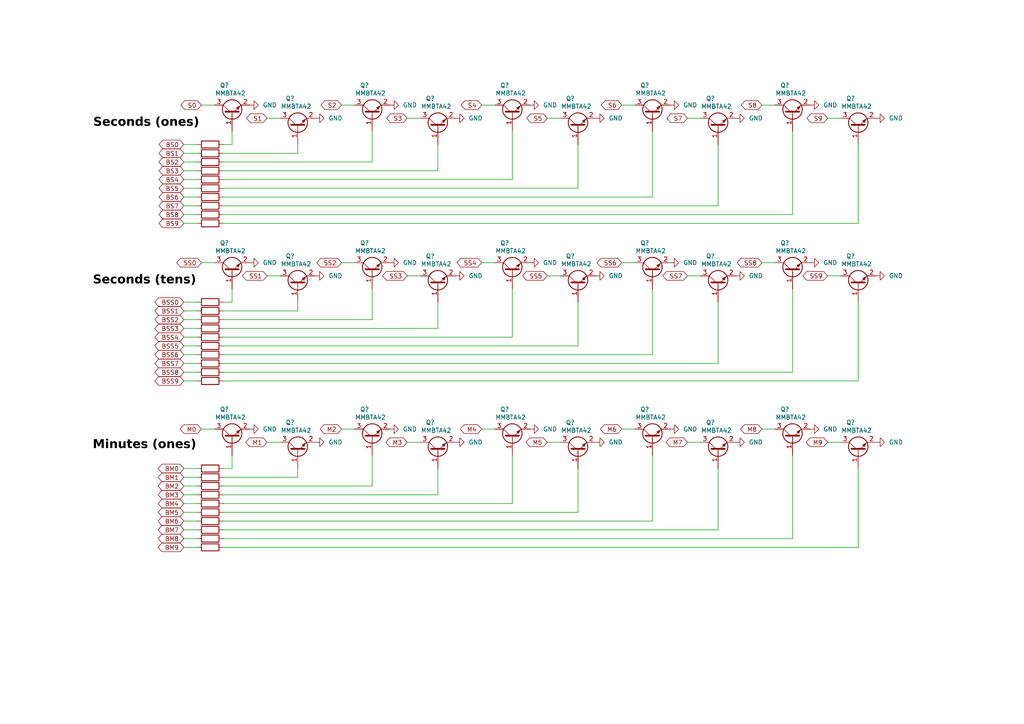
<source format=kicad_sch>
(kicad_sch (version 20231120) (generator "eeschema") (generator_version "8.0")
  (paper "A4")
  (lib_symbols
    (symbol "Device:R" (pin_numbers hide) (pin_names (offset 0))
      (property "Reference" "R" (at 2.032 0 90))
      (property "Value" "R" (at 0 0 90))
      (symbol "R_1_1"
        (pin passive line (at 0 3.81 270) (length 1.27) (name "~") (number "1"))
        (pin passive line (at 0 -3.81 90) (length 1.27) (name "~") (number "2"))
      )
    )
    (symbol "GND_2" (power) (pin_numbers hide) (pin_names (offset 0) hide)
      (property "Value" "GND" (at 0 -3.81 0))
      (symbol "GND_2_1_1"
        (pin power_in line (at 0 0 270) (length 0) (name "~") (number "1"))
      )
    )
    (symbol "Transistor_BJT:MMBTA42" (pin_names (offset 0) hide)
      (property "Reference" "Q" (at 5.08 1.905 0))
      (property "Value" "MMBTA42" (at 5.08 0 0))
      (symbol "MMBTA42_1_1"
        (pin input line (at -5.08 0 0) (length 5.08) (name "B") (number "1"))
        (pin passive line (at 2.54 -5.08 90) (length 2.54) (name "E") (number "2"))
        (pin passive line (at 2.54 5.08 270) (length 2.54) (name "C") (number "3"))
      )
    )
  )
  (wire (pts (xy 208.28 135.89) (xy 208.28 153.67)))
  (wire (pts (xy 180.34 30.48) (xy 184.15 30.48)))
  (wire (pts (xy 99.06 30.48) (xy 102.87 30.48)))
  (wire (pts (xy 64.77 138.43) (xy 86.36 138.43)))
  (wire (pts (xy 53.34 57.15) (xy 57.15 57.15)))
  (wire (pts (xy 167.64 54.61) (xy 64.77 54.61)))
  (wire (pts (xy 248.92 41.91) (xy 248.92 64.77)))
  (wire (pts (xy 99.06 76.2) (xy 102.87 76.2)))
  (wire (pts (xy 220.98 30.48) (xy 224.79 30.48)))
  (wire (pts (xy 127 135.89) (xy 127 143.51)))
  (wire (pts (xy 53.34 97.79) (xy 57.15 97.79)))
  (wire (pts (xy 53.34 64.77) (xy 57.15 64.77)))
  (wire (pts (xy 118.11 80.01) (xy 121.92 80.01)))
  (wire (pts (xy 53.34 102.87) (xy 57.15 102.87)))
  (wire (pts (xy 248.92 135.89) (xy 248.92 158.75)))
  (wire (pts (xy 148.59 146.05) (xy 64.77 146.05)))
  (wire (pts (xy 53.34 140.97) (xy 57.15 140.97)))
  (wire (pts (xy 58.42 124.46) (xy 62.23 124.46)))
  (wire (pts (xy 208.28 87.63) (xy 208.28 105.41)))
  (wire (pts (xy 167.64 100.33) (xy 64.77 100.33)))
  (wire (pts (xy 148.59 83.82) (xy 148.59 97.79)))
  (wire (pts (xy 229.87 83.82) (xy 229.87 107.95)))
  (wire (pts (xy 53.34 62.23) (xy 57.15 62.23)))
  (wire (pts (xy 53.34 54.61) (xy 57.15 54.61)))
  (wire (pts (xy 53.34 156.21) (xy 57.15 156.21)))
  (wire (pts (xy 240.03 80.01) (xy 243.84 80.01)))
  (wire (pts (xy 58.42 30.48) (xy 62.23 30.48)))
  (wire (pts (xy 148.59 52.07) (xy 64.77 52.07)))
  (wire (pts (xy 167.64 87.63) (xy 167.64 100.33)))
  (wire (pts (xy 77.47 80.01) (xy 81.28 80.01)))
  (wire (pts (xy 99.06 124.46) (xy 102.87 124.46)))
  (wire (pts (xy 167.64 135.89) (xy 167.64 148.59)))
  (wire (pts (xy 229.87 62.23) (xy 64.77 62.23)))
  (wire (pts (xy 127 143.51) (xy 64.77 143.51)))
  (wire (pts (xy 229.87 156.21) (xy 64.77 156.21)))
  (wire (pts (xy 53.34 87.63) (xy 57.15 87.63)))
  (wire (pts (xy 220.98 76.2) (xy 224.79 76.2)))
  (wire (pts (xy 64.77 135.89) (xy 67.31 135.89)))
  (wire (pts (xy 86.36 44.45) (xy 86.36 41.91)))
  (wire (pts (xy 107.95 132.08) (xy 107.95 140.97)))
  (wire (pts (xy 107.95 46.99) (xy 64.77 46.99)))
  (wire (pts (xy 53.34 158.75) (xy 57.15 158.75)))
  (wire (pts (xy 199.39 34.29) (xy 203.2 34.29)))
  (wire (pts (xy 158.75 80.01) (xy 162.56 80.01)))
  (wire (pts (xy 229.87 38.1) (xy 229.87 62.23)))
  (wire (pts (xy 53.34 151.13) (xy 57.15 151.13)))
  (wire (pts (xy 67.31 41.91) (xy 67.31 38.1)))
  (wire (pts (xy 127 95.25) (xy 64.77 95.25)))
  (wire (pts (xy 248.92 110.49) (xy 64.77 110.49)))
  (wire (pts (xy 53.34 95.25) (xy 57.15 95.25)))
  (wire (pts (xy 158.75 128.27) (xy 162.56 128.27)))
  (wire (pts (xy 189.23 132.08) (xy 189.23 151.13)))
  (wire (pts (xy 86.36 90.17) (xy 86.36 87.63)))
  (wire (pts (xy 64.77 90.17) (xy 86.36 90.17)))
  (wire (pts (xy 107.95 38.1) (xy 107.95 46.99)))
  (wire (pts (xy 189.23 151.13) (xy 64.77 151.13)))
  (wire (pts (xy 64.77 87.63) (xy 67.31 87.63)))
  (wire (pts (xy 139.7 30.48) (xy 143.51 30.48)))
  (wire (pts (xy 189.23 102.87) (xy 64.77 102.87)))
  (wire (pts (xy 118.11 128.27) (xy 121.92 128.27)))
  (wire (pts (xy 67.31 135.89) (xy 67.31 132.08)))
  (wire (pts (xy 167.64 148.59) (xy 64.77 148.59)))
  (wire (pts (xy 118.11 34.29) (xy 121.92 34.29)))
  (wire (pts (xy 229.87 132.08) (xy 229.87 156.21)))
  (wire (pts (xy 53.34 107.95) (xy 57.15 107.95)))
  (wire (pts (xy 208.28 59.69) (xy 64.77 59.69)))
  (wire (pts (xy 67.31 87.63) (xy 67.31 83.82)))
  (wire (pts (xy 208.28 41.91) (xy 208.28 59.69)))
  (wire (pts (xy 220.98 124.46) (xy 224.79 124.46)))
  (wire (pts (xy 127 41.91) (xy 127 49.53)))
  (wire (pts (xy 158.75 34.29) (xy 162.56 34.29)))
  (wire (pts (xy 139.7 76.2) (xy 143.51 76.2)))
  (wire (pts (xy 86.36 138.43) (xy 86.36 135.89)))
  (wire (pts (xy 77.47 34.29) (xy 81.28 34.29)))
  (wire (pts (xy 53.34 49.53) (xy 57.15 49.53)))
  (wire (pts (xy 208.28 105.41) (xy 64.77 105.41)))
  (wire (pts (xy 53.34 153.67) (xy 57.15 153.67)))
  (wire (pts (xy 199.39 80.01) (xy 203.2 80.01)))
  (wire (pts (xy 248.92 87.63) (xy 248.92 110.49)))
  (wire (pts (xy 139.7 124.46) (xy 143.51 124.46)))
  (wire (pts (xy 208.28 153.67) (xy 64.77 153.67)))
  (wire (pts (xy 53.34 146.05) (xy 57.15 146.05)))
  (wire (pts (xy 229.87 107.95) (xy 64.77 107.95)))
  (wire (pts (xy 53.34 92.71) (xy 57.15 92.71)))
  (wire (pts (xy 64.77 44.45) (xy 86.36 44.45)))
  (wire (pts (xy 53.34 135.89) (xy 57.15 135.89)))
  (wire (pts (xy 53.34 59.69) (xy 57.15 59.69)))
  (wire (pts (xy 148.59 97.79) (xy 64.77 97.79)))
  (wire (pts (xy 189.23 57.15) (xy 64.77 57.15)))
  (wire (pts (xy 199.39 128.27) (xy 203.2 128.27)))
  (wire (pts (xy 53.34 138.43) (xy 57.15 138.43)))
  (wire (pts (xy 127 87.63) (xy 127 95.25)))
  (wire (pts (xy 53.34 44.45) (xy 57.15 44.45)))
  (wire (pts (xy 53.34 110.49) (xy 57.15 110.49)))
  (wire (pts (xy 64.77 41.91) (xy 67.31 41.91)))
  (wire (pts (xy 189.23 38.1) (xy 189.23 57.15)))
  (wire (pts (xy 53.34 41.91) (xy 57.15 41.91)))
  (wire (pts (xy 189.23 83.82) (xy 189.23 102.87)))
  (wire (pts (xy 58.42 76.2) (xy 62.23 76.2)))
  (wire (pts (xy 107.95 92.71) (xy 64.77 92.71)))
  (wire (pts (xy 148.59 132.08) (xy 148.59 146.05)))
  (wire (pts (xy 107.95 140.97) (xy 64.77 140.97)))
  (wire (pts (xy 240.03 34.29) (xy 243.84 34.29)))
  (wire (pts (xy 127 49.53) (xy 64.77 49.53)))
  (wire (pts (xy 53.34 52.07) (xy 57.15 52.07)))
  (wire (pts (xy 53.34 100.33) (xy 57.15 100.33)))
  (wire (pts (xy 180.34 124.46) (xy 184.15 124.46)))
  (wire (pts (xy 248.92 64.77) (xy 64.77 64.77)))
  (wire (pts (xy 167.64 41.91) (xy 167.64 54.61)))
  (wire (pts (xy 53.34 105.41) (xy 57.15 105.41)))
  (wire (pts (xy 180.34 76.2) (xy 184.15 76.2)))
  (wire (pts (xy 53.34 143.51) (xy 57.15 143.51)))
  (wire (pts (xy 240.03 128.27) (xy 243.84 128.27)))
  (wire (pts (xy 148.59 38.1) (xy 148.59 52.07)))
  (wire (pts (xy 53.34 90.17) (xy 57.15 90.17)))
  (wire (pts (xy 53.34 148.59) (xy 57.15 148.59)))
  (wire (pts (xy 77.47 128.27) (xy 81.28 128.27)))
  (wire (pts (xy 248.92 158.75) (xy 64.77 158.75)))
  (wire (pts (xy 107.95 83.82) (xy 107.95 92.71)))
  (wire (pts (xy 53.34 46.99) (xy 57.15 46.99)))
  (text "Minutes (ones)" (at 41.91 129.794 0) (effects (font (size 2.54 2.54) (bold yes))))
  (text "Seconds (ones)" (at 42.418 36.322 0) (effects (font (size 2.54 2.54) (bold yes))))
  (text "Seconds (tens)" (at 41.91 82.042 0) (effects (font (size 2.54 2.54) (bold yes))))
  (global_label "BSS5" (shape bidirectional) (at 53.34 100.33 180) (property "Intersheetrefs" "${INTERSHEET_REFS}" (effects (hide yes))))
  (global_label "SS2" (shape bidirectional) (at 99.06 76.2 180) (property "Intersheetrefs" "${INTERSHEET_REFS}" (effects (hide yes))))
  (global_label "SS1" (shape bidirectional) (at 77.47 80.01 180) (property "Intersheetrefs" "${INTERSHEET_REFS}" (effects (hide yes))))
  (global_label "S0" (shape bidirectional) (at 58.42 30.48 180) (property "Intersheetrefs" "${INTERSHEET_REFS}" (effects (hide yes))))
  (global_label "BSS0" (shape bidirectional) (at 53.34 87.63 180) (property "Intersheetrefs" "${INTERSHEET_REFS}" (effects (hide yes))))
  (global_label "BSS8" (shape bidirectional) (at 53.34 107.95 180) (property "Intersheetrefs" "${INTERSHEET_REFS}" (effects (hide yes))))
  (global_label "M6" (shape bidirectional) (at 180.34 124.46 180) (property "Intersheetrefs" "${INTERSHEET_REFS}" (effects (hide yes))))
  (global_label "SS4" (shape bidirectional) (at 139.7 76.2 180) (property "Intersheetrefs" "${INTERSHEET_REFS}" (effects (hide yes))))
  (global_label "BS8" (shape bidirectional) (at 53.34 62.23 180) (property "Intersheetrefs" "${INTERSHEET_REFS}" (effects (hide yes))))
  (global_label "BS5" (shape bidirectional) (at 53.34 54.61 180) (property "Intersheetrefs" "${INTERSHEET_REFS}" (effects (hide yes))))
  (global_label "SS6" (shape bidirectional) (at 180.34 76.2 180) (property "Intersheetrefs" "${INTERSHEET_REFS}" (effects (hide yes))))
  (global_label "M3" (shape bidirectional) (at 118.11 128.27 180) (property "Intersheetrefs" "${INTERSHEET_REFS}" (effects (hide yes))))
  (global_label "BM3" (shape bidirectional) (at 53.34 143.51 180) (property "Intersheetrefs" "${INTERSHEET_REFS}" (effects (hide yes))))
  (global_label "M2" (shape bidirectional) (at 99.06 124.46 180) (property "Intersheetrefs" "${INTERSHEET_REFS}" (effects (hide yes))))
  (global_label "S8" (shape bidirectional) (at 220.98 30.48 180) (property "Intersheetrefs" "${INTERSHEET_REFS}" (effects (hide yes))))
  (global_label "M4" (shape bidirectional) (at 139.7 124.46 180) (property "Intersheetrefs" "${INTERSHEET_REFS}" (effects (hide yes))))
  (global_label "S1" (shape bidirectional) (at 77.47 34.29 180) (property "Intersheetrefs" "${INTERSHEET_REFS}" (effects (hide yes))))
  (global_label "BM0" (shape bidirectional) (at 53.34 135.89 180) (property "Intersheetrefs" "${INTERSHEET_REFS}" (effects (hide yes))))
  (global_label "BS1" (shape bidirectional) (at 53.34 44.45 180) (property "Intersheetrefs" "${INTERSHEET_REFS}" (effects (hide yes))))
  (global_label "S4" (shape bidirectional) (at 139.7 30.48 180) (property "Intersheetrefs" "${INTERSHEET_REFS}" (effects (hide yes))))
  (global_label "BM7" (shape bidirectional) (at 53.34 153.67 180) (property "Intersheetrefs" "${INTERSHEET_REFS}" (effects (hide yes))))
  (global_label "BM1" (shape bidirectional) (at 53.34 138.43 180) (property "Intersheetrefs" "${INTERSHEET_REFS}" (effects (hide yes))))
  (global_label "S6" (shape bidirectional) (at 180.34 30.48 180) (property "Intersheetrefs" "${INTERSHEET_REFS}" (effects (hide yes))))
  (global_label "BS7" (shape bidirectional) (at 53.34 59.69 180) (property "Intersheetrefs" "${INTERSHEET_REFS}" (effects (hide yes))))
  (global_label "BS0" (shape bidirectional) (at 53.34 41.91 180) (property "Intersheetrefs" "${INTERSHEET_REFS}" (effects (hide yes))))
  (global_label "BM5" (shape bidirectional) (at 53.34 148.59 180) (property "Intersheetrefs" "${INTERSHEET_REFS}" (effects (hide yes))))
  (global_label "M0" (shape bidirectional) (at 58.42 124.46 180) (property "Intersheetrefs" "${INTERSHEET_REFS}" (effects (hide yes))))
  (global_label "BSS7" (shape bidirectional) (at 53.34 105.41 180) (property "Intersheetrefs" "${INTERSHEET_REFS}" (effects (hide yes))))
  (global_label "BM6" (shape bidirectional) (at 53.34 151.13 180) (property "Intersheetrefs" "${INTERSHEET_REFS}" (effects (hide yes))))
  (global_label "M1" (shape bidirectional) (at 77.47 128.27 180) (property "Intersheetrefs" "${INTERSHEET_REFS}" (effects (hide yes))))
  (global_label "BSS1" (shape bidirectional) (at 53.34 90.17 180) (property "Intersheetrefs" "${INTERSHEET_REFS}" (effects (hide yes))))
  (global_label "BSS2" (shape bidirectional) (at 53.34 92.71 180) (property "Intersheetrefs" "${INTERSHEET_REFS}" (effects (hide yes))))
  (global_label "S7" (shape bidirectional) (at 199.39 34.29 180) (property "Intersheetrefs" "${INTERSHEET_REFS}" (effects (hide yes))))
  (global_label "M9" (shape bidirectional) (at 240.03 128.27 180) (property "Intersheetrefs" "${INTERSHEET_REFS}" (effects (hide yes))))
  (global_label "SS7" (shape bidirectional) (at 199.39 80.01 180) (property "Intersheetrefs" "${INTERSHEET_REFS}" (effects (hide yes))))
  (global_label "S5" (shape bidirectional) (at 158.75 34.29 180) (property "Intersheetrefs" "${INTERSHEET_REFS}" (effects (hide yes))))
  (global_label "BM9" (shape bidirectional) (at 53.34 158.75 180) (property "Intersheetrefs" "${INTERSHEET_REFS}" (effects (hide yes))))
  (global_label "BS4" (shape bidirectional) (at 53.34 52.07 180) (property "Intersheetrefs" "${INTERSHEET_REFS}" (effects (hide yes))))
  (global_label "BS9" (shape bidirectional) (at 53.34 64.77 180) (property "Intersheetrefs" "${INTERSHEET_REFS}" (effects (hide yes))))
  (global_label "M8" (shape bidirectional) (at 220.98 124.46 180) (property "Intersheetrefs" "${INTERSHEET_REFS}" (effects (hide yes))))
  (global_label "BSS3" (shape bidirectional) (at 53.34 95.25 180) (property "Intersheetrefs" "${INTERSHEET_REFS}" (effects (hide yes))))
  (global_label "M7" (shape bidirectional) (at 199.39 128.27 180) (property "Intersheetrefs" "${INTERSHEET_REFS}" (effects (hide yes))))
  (global_label "BM8" (shape bidirectional) (at 53.34 156.21 180) (property "Intersheetrefs" "${INTERSHEET_REFS}" (effects (hide yes))))
  (global_label "BSS9" (shape bidirectional) (at 53.34 110.49 180) (property "Intersheetrefs" "${INTERSHEET_REFS}" (effects (hide yes))))
  (global_label "S2" (shape bidirectional) (at 99.06 30.48 180) (property "Intersheetrefs" "${INTERSHEET_REFS}" (effects (hide yes))))
  (global_label "BSS6" (shape bidirectional) (at 53.34 102.87 180) (property "Intersheetrefs" "${INTERSHEET_REFS}" (effects (hide yes))))
  (global_label "SS9" (shape bidirectional) (at 240.03 80.01 180) (property "Intersheetrefs" "${INTERSHEET_REFS}" (effects (hide yes))))
  (global_label "BS3" (shape bidirectional) (at 53.34 49.53 180) (property "Intersheetrefs" "${INTERSHEET_REFS}" (effects (hide yes))))
  (global_label "BM4" (shape bidirectional) (at 53.34 146.05 180) (property "Intersheetrefs" "${INTERSHEET_REFS}" (effects (hide yes))))
  (global_label "S9" (shape bidirectional) (at 240.03 34.29 180) (property "Intersheetrefs" "${INTERSHEET_REFS}" (effects (hide yes))))
  (global_label "BS2" (shape bidirectional) (at 53.34 46.99 180) (property "Intersheetrefs" "${INTERSHEET_REFS}" (effects (hide yes))))
  (global_label "SS3" (shape bidirectional) (at 118.11 80.01 180) (property "Intersheetrefs" "${INTERSHEET_REFS}" (effects (hide yes))))
  (global_label "SS0" (shape bidirectional) (at 58.42 76.2 180) (property "Intersheetrefs" "${INTERSHEET_REFS}" (effects (hide yes))))
  (global_label "M5" (shape bidirectional) (at 158.75 128.27 180) (property "Intersheetrefs" "${INTERSHEET_REFS}" (effects (hide yes))))
  (global_label "S3" (shape bidirectional) (at 118.11 34.29 180) (property "Intersheetrefs" "${INTERSHEET_REFS}" (effects (hide yes))))
  (global_label "BM2" (shape bidirectional) (at 53.34 140.97 180) (property "Intersheetrefs" "${INTERSHEET_REFS}" (effects (hide yes))))
  (global_label "BSS4" (shape bidirectional) (at 53.34 97.79 180) (property "Intersheetrefs" "${INTERSHEET_REFS}" (effects (hide yes))))
  (global_label "SS5" (shape bidirectional) (at 158.75 80.01 180) (property "Intersheetrefs" "${INTERSHEET_REFS}" (effects (hide yes))))
  (global_label "SS8" (shape bidirectional) (at 220.98 76.2 180) (property "Intersheetrefs" "${INTERSHEET_REFS}" (effects (hide yes))))
  (global_label "BS6" (shape bidirectional) (at 53.34 57.15 180) (property "Intersheetrefs" "${INTERSHEET_REFS}" (effects (hide yes))))
  (symbol (lib_id "Device:R") (at 60.96 156.21 90) (unit 1)
    (property "Reference" "R?" (effects (hide yes)))
    (property "Value" "10k" (effects (hide yes)))
    (property "Footprint" "Resistor_SMD:R_0805_2012Metric_Pad1.20x1.40mm_HandSolder" (effects (hide yes)))
    (property "Description" "Resistor" (effects (hide yes)))
    (property "Manufacturer_Part_Number" "RC0805FR-0710KL" (effects (hide yes)))
    (instances (project "nixie-clock-esp32" (path "" (reference "R?") (unit 1))) (project "display" (path "" (reference "R?") (unit 1))) (project "clock" (path "" (reference "R85") (unit 1))))
  )
  (symbol (lib_id "Transistor_BJT:MMBTA42") (at 148.59 33.02 90) (unit 1)
    (property "Reference" "Q?" (at 147.701 24.765 90) (effects (justify left)))
    (property "Value" "MMBTA42" (at 152.527 27.051 90) (effects (justify left)))
    (property "Footprint" "Package_TO_SOT_SMD:SOT-23" (effects (hide yes)))
    (property "Datasheet" "https://www.onsemi.com/pub/Collateral/MMBTA42LT1-D.PDF" (effects (hide yes)))
    (instances (project "nixie-clock-esp32" (path "" (reference "Q?") (unit 1))) (project "display" (path "" (reference "Q?") (unit 1))) (project "clock" (path "" (reference "Q48") (unit 1))))
  )
  (symbol (lib_id "Device:R") (at 60.96 135.89 90) (unit 1)
    (property "Reference" "R?" (effects (hide yes)))
    (property "Value" "10k" (effects (hide yes)))
    (property "Footprint" "Resistor_SMD:R_0805_2012Metric_Pad1.20x1.40mm_HandSolder" (effects (hide yes)))
    (property "Description" "Resistor" (effects (hide yes)))
    (property "Manufacturer_Part_Number" "RC0805FR-0710KL" (effects (hide yes)))
    (instances (project "nixie-clock-esp32" (path "" (reference "R?") (unit 1))) (project "display" (path "" (reference "R?") (unit 1))) (project "clock" (path "" (reference "R77") (unit 1))))
  )
  (symbol (lib_name "GND_2") (lib_id "power:GND") (at 172.72 128.27 90) (unit 1)
    (property "Reference" "#PWR093" (effects (hide yes)))
    (property "Value" "GND" (at 176.53 128.2699 90) (effects (justify right)))
    (property "Description" "Power symbol creates a global label with name \"GND\" , ground" (effects (hide yes)))
  )
  (symbol (lib_id "Device:R") (at 60.96 95.25 90) (unit 1)
    (property "Reference" "R?" (effects (hide yes)))
    (property "Value" "10k" (effects (hide yes)))
    (property "Footprint" "Resistor_SMD:R_0805_2012Metric_Pad1.20x1.40mm_HandSolder" (effects (hide yes)))
    (property "Description" "Resistor" (effects (hide yes)))
    (property "Manufacturer_Part_Number" "RC0805FR-0710KL" (effects (hide yes)))
    (instances (project "nixie-clock-esp32" (path "" (reference "R?") (unit 1))) (project "display" (path "" (reference "R?") (unit 1))) (project "clock" (path "" (reference "R70") (unit 1))))
  )
  (symbol (lib_id "Device:R") (at 60.96 151.13 90) (unit 1)
    (property "Reference" "R?" (effects (hide yes)))
    (property "Value" "10k" (effects (hide yes)))
    (property "Footprint" "Resistor_SMD:R_0805_2012Metric_Pad1.20x1.40mm_HandSolder" (effects (hide yes)))
    (property "Description" "Resistor" (effects (hide yes)))
    (property "Manufacturer_Part_Number" "RC0805FR-0710KL" (effects (hide yes)))
    (instances (project "nixie-clock-esp32" (path "" (reference "R?") (unit 1))) (project "display" (path "" (reference "R?") (unit 1))) (project "clock" (path "" (reference "R83") (unit 1))))
  )
  (symbol (lib_id "Device:R") (at 60.96 158.75 90) (unit 1)
    (property "Reference" "R?" (effects (hide yes)))
    (property "Value" "10k" (effects (hide yes)))
    (property "Footprint" "Resistor_SMD:R_0805_2012Metric_Pad1.20x1.40mm_HandSolder" (effects (hide yes)))
    (property "Description" "Resistor" (effects (hide yes)))
    (property "Manufacturer_Part_Number" "RC0805FR-0710KL" (effects (hide yes)))
    (instances (project "nixie-clock-esp32" (path "" (reference "R?") (unit 1))) (project "display" (path "" (reference "R?") (unit 1))) (project "clock" (path "" (reference "R86") (unit 1))))
  )
  (symbol (lib_id "Device:R") (at 60.96 52.07 90) (unit 1)
    (property "Reference" "R?" (effects (hide yes)))
    (property "Value" "10k" (effects (hide yes)))
    (property "Footprint" "Resistor_SMD:R_0805_2012Metric_Pad1.20x1.40mm_HandSolder" (effects (hide yes)))
    (property "Description" "Resistor" (effects (hide yes)))
    (property "Manufacturer_Part_Number" "RC0805FR-0710KL" (effects (hide yes)))
    (instances (project "nixie-clock-esp32" (path "" (reference "R?") (unit 1))) (project "display" (path "" (reference "R?") (unit 1))) (project "clock" (path "" (reference "R61") (unit 1))))
  )
  (symbol (lib_name "GND_2") (lib_id "power:GND") (at 234.95 76.2 90) (unit 1)
    (property "Reference" "#PWR0101" (effects (hide yes)))
    (property "Value" "GND" (at 238.76 76.1999 90) (effects (justify right)))
    (property "Description" "Power symbol creates a global label with name \"GND\" , ground" (effects (hide yes)))
  )
  (symbol (lib_id "Transistor_BJT:MMBTA42") (at 167.64 36.83 90) (unit 1)
    (property "Reference" "Q?" (at 166.751 28.575 90) (effects (justify left)))
    (property "Value" "MMBTA42" (at 171.577 30.861 90) (effects (justify left)))
    (property "Footprint" "Package_TO_SOT_SMD:SOT-23" (effects (hide yes)))
    (property "Datasheet" "https://www.onsemi.com/pub/Collateral/MMBTA42LT1-D.PDF" (effects (hide yes)))
    (instances (project "nixie-clock-esp32" (path "" (reference "Q?") (unit 1))) (project "display" (path "" (reference "Q?") (unit 1))) (project "clock" (path "" (reference "Q51") (unit 1))))
  )
  (symbol (lib_id "Transistor_BJT:MMBTA42") (at 189.23 33.02 90) (unit 1)
    (property "Reference" "Q?" (at 188.341 24.765 90) (effects (justify left)))
    (property "Value" "MMBTA42" (at 193.167 27.051 90) (effects (justify left)))
    (property "Footprint" "Package_TO_SOT_SMD:SOT-23" (effects (hide yes)))
    (property "Datasheet" "https://www.onsemi.com/pub/Collateral/MMBTA42LT1-D.PDF" (effects (hide yes)))
    (instances (project "nixie-clock-esp32" (path "" (reference "Q?") (unit 1))) (project "display" (path "" (reference "Q?") (unit 1))) (project "clock" (path "" (reference "Q54") (unit 1))))
  )
  (symbol (lib_id "Transistor_BJT:MMBTA42") (at 248.92 36.83 90) (unit 1)
    (property "Reference" "Q?" (at 248.031 28.575 90) (effects (justify left)))
    (property "Value" "MMBTA42" (at 252.857 30.861 90) (effects (justify left)))
    (property "Footprint" "Package_TO_SOT_SMD:SOT-23" (effects (hide yes)))
    (property "Datasheet" "https://www.onsemi.com/pub/Collateral/MMBTA42LT1-D.PDF" (effects (hide yes)))
    (instances (project "nixie-clock-esp32" (path "" (reference "Q?") (unit 1))) (project "display" (path "" (reference "Q?") (unit 1))) (project "clock" (path "" (reference "Q63") (unit 1))))
  )
  (symbol (lib_id "Transistor_BJT:MMBTA42") (at 86.36 82.55 90) (unit 1)
    (property "Reference" "Q?" (at 85.471 74.295 90) (effects (justify left)))
    (property "Value" "MMBTA42" (at 90.297 76.581 90) (effects (justify left)))
    (property "Footprint" "Package_TO_SOT_SMD:SOT-23" (effects (hide yes)))
    (property "Datasheet" "https://www.onsemi.com/pub/Collateral/MMBTA42LT1-D.PDF" (effects (hide yes)))
    (instances (project "nixie-clock-esp32" (path "" (reference "Q?") (unit 1))) (project "display" (path "" (reference "Q?") (unit 1))) (project "clock" (path "" (reference "Q40") (unit 1))))
  )
  (symbol (lib_name "GND_2") (lib_id "power:GND") (at 132.08 80.01 90) (unit 1)
    (property "Reference" "#PWR086" (effects (hide yes)))
    (property "Value" "GND" (at 135.89 80.0099 90) (effects (justify right)))
    (property "Description" "Power symbol creates a global label with name \"GND\" , ground" (effects (hide yes)))
  )
  (symbol (lib_id "Transistor_BJT:MMBTA42") (at 208.28 36.83 90) (unit 1)
    (property "Reference" "Q?" (at 207.391 28.575 90) (effects (justify left)))
    (property "Value" "MMBTA42" (at 212.217 30.861 90) (effects (justify left)))
    (property "Footprint" "Package_TO_SOT_SMD:SOT-23" (effects (hide yes)))
    (property "Datasheet" "https://www.onsemi.com/pub/Collateral/MMBTA42LT1-D.PDF" (effects (hide yes)))
    (instances (project "nixie-clock-esp32" (path "" (reference "Q?") (unit 1))) (project "display" (path "" (reference "Q?") (unit 1))) (project "clock" (path "" (reference "Q57") (unit 1))))
  )
  (symbol (lib_name "GND_2") (lib_id "power:GND") (at 132.08 34.29 90) (unit 1)
    (property "Reference" "#PWR085" (effects (hide yes)))
    (property "Value" "GND" (at 135.89 34.2899 90) (effects (justify right)))
    (property "Description" "Power symbol creates a global label with name \"GND\" , ground" (effects (hide yes)))
  )
  (symbol (lib_id "Transistor_BJT:MMBTA42") (at 208.28 130.81 90) (unit 1)
    (property "Reference" "Q?" (at 207.391 122.555 90) (effects (justify left)))
    (property "Value" "MMBTA42" (at 212.217 124.841 90) (effects (justify left)))
    (property "Footprint" "Package_TO_SOT_SMD:SOT-23" (effects (hide yes)))
    (property "Datasheet" "https://www.onsemi.com/pub/Collateral/MMBTA42LT1-D.PDF" (effects (hide yes)))
    (instances (project "nixie-clock-esp32" (path "" (reference "Q?") (unit 1))) (project "display" (path "" (reference "Q?") (unit 1))) (project "clock" (path "" (reference "Q59") (unit 1))))
  )
  (symbol (lib_id "Device:R") (at 60.96 143.51 90) (unit 1)
    (property "Reference" "R?" (effects (hide yes)))
    (property "Value" "10k" (effects (hide yes)))
    (property "Footprint" "Resistor_SMD:R_0805_2012Metric_Pad1.20x1.40mm_HandSolder" (effects (hide yes)))
    (property "Description" "Resistor" (effects (hide yes)))
    (property "Manufacturer_Part_Number" "RC0805FR-0710KL" (effects (hide yes)))
    (instances (project "nixie-clock-esp32" (path "" (reference "R?") (unit 1))) (project "display" (path "" (reference "R?") (unit 1))) (project "clock" (path "" (reference "R80") (unit 1))))
  )
  (symbol (lib_id "Transistor_BJT:MMBTA42") (at 248.92 130.81 90) (unit 1)
    (property "Reference" "Q?" (at 248.031 122.555 90) (effects (justify left)))
    (property "Value" "MMBTA42" (at 252.857 124.841 90) (effects (justify left)))
    (property "Footprint" "Package_TO_SOT_SMD:SOT-23" (effects (hide yes)))
    (property "Datasheet" "https://www.onsemi.com/pub/Collateral/MMBTA42LT1-D.PDF" (effects (hide yes)))
    (instances (project "nixie-clock-esp32" (path "" (reference "Q?") (unit 1))) (project "display" (path "" (reference "Q?") (unit 1))) (project "clock" (path "" (reference "Q65") (unit 1))))
  )
  (symbol (lib_name "GND_2") (lib_id "power:GND") (at 91.44 128.27 90) (unit 1)
    (property "Reference" "#PWR081" (effects (hide yes)))
    (property "Value" "GND" (at 95.25 128.2699 90) (effects (justify right)))
    (property "Description" "Power symbol creates a global label with name \"GND\" , ground" (effects (hide yes)))
  )
  (symbol (lib_id "Transistor_BJT:MMBTA42") (at 107.95 78.74 90) (unit 1)
    (property "Reference" "Q?" (at 107.061 70.485 90) (effects (justify left)))
    (property "Value" "MMBTA42" (at 111.887 72.771 90) (effects (justify left)))
    (property "Footprint" "Package_TO_SOT_SMD:SOT-23" (effects (hide yes)))
    (property "Datasheet" "https://www.onsemi.com/pub/Collateral/MMBTA42LT1-D.PDF" (effects (hide yes)))
    (instances (project "nixie-clock-esp32" (path "" (reference "Q?") (unit 1))) (project "display" (path "" (reference "Q?") (unit 1))) (project "clock" (path "" (reference "Q43") (unit 1))))
  )
  (symbol (lib_id "Device:R") (at 60.96 100.33 90) (unit 1)
    (property "Reference" "R?" (effects (hide yes)))
    (property "Value" "10k" (effects (hide yes)))
    (property "Footprint" "Resistor_SMD:R_0805_2012Metric_Pad1.20x1.40mm_HandSolder" (effects (hide yes)))
    (property "Description" "Resistor" (effects (hide yes)))
    (property "Manufacturer_Part_Number" "RC0805FR-0710KL" (effects (hide yes)))
    (instances (project "nixie-clock-esp32" (path "" (reference "R?") (unit 1))) (project "display" (path "" (reference "R?") (unit 1))) (project "clock" (path "" (reference "R72") (unit 1))))
  )
  (symbol (lib_name "GND_2") (lib_id "power:GND") (at 153.67 124.46 90) (unit 1)
    (property "Reference" "#PWR090" (effects (hide yes)))
    (property "Value" "GND" (at 157.48 124.4599 90) (effects (justify right)))
    (property "Description" "Power symbol creates a global label with name \"GND\" , ground" (effects (hide yes)))
  )
  (symbol (lib_id "Device:R") (at 60.96 49.53 90) (unit 1)
    (property "Reference" "R?" (effects (hide yes)))
    (property "Value" "10k" (effects (hide yes)))
    (property "Footprint" "Resistor_SMD:R_0805_2012Metric_Pad1.20x1.40mm_HandSolder" (effects (hide yes)))
    (property "Description" "Resistor" (effects (hide yes)))
    (property "Manufacturer_Part_Number" "RC0805FR-0710KL" (effects (hide yes)))
    (instances (project "nixie-clock-esp32" (path "" (reference "R?") (unit 1))) (project "display" (path "" (reference "R?") (unit 1))) (project "clock" (path "" (reference "R60") (unit 1))))
  )
  (symbol (lib_name "GND_2") (lib_id "power:GND") (at 254 34.29 90) (unit 1)
    (property "Reference" "#PWR0103" (effects (hide yes)))
    (property "Value" "GND" (at 257.81 34.2899 90) (effects (justify right)))
    (property "Description" "Power symbol creates a global label with name \"GND\" , ground" (effects (hide yes)))
  )
  (symbol (lib_id "Transistor_BJT:MMBTA42") (at 189.23 127 90) (unit 1)
    (property "Reference" "Q?" (at 188.341 118.745 90) (effects (justify left)))
    (property "Value" "MMBTA42" (at 193.167 121.031 90) (effects (justify left)))
    (property "Footprint" "Package_TO_SOT_SMD:SOT-23" (effects (hide yes)))
    (property "Datasheet" "https://www.onsemi.com/pub/Collateral/MMBTA42LT1-D.PDF" (effects (hide yes)))
    (instances (project "nixie-clock-esp32" (path "" (reference "Q?") (unit 1))) (project "display" (path "" (reference "Q?") (unit 1))) (project "clock" (path "" (reference "Q56") (unit 1))))
  )
  (symbol (lib_id "Device:R") (at 60.96 54.61 90) (unit 1)
    (property "Reference" "R?" (effects (hide yes)))
    (property "Value" "10k" (effects (hide yes)))
    (property "Footprint" "Resistor_SMD:R_0805_2012Metric_Pad1.20x1.40mm_HandSolder" (effects (hide yes)))
    (property "Description" "Resistor" (effects (hide yes)))
    (property "Manufacturer_Part_Number" "RC0805FR-0710KL" (effects (hide yes)))
    (instances (project "nixie-clock-esp32" (path "" (reference "R?") (unit 1))) (project "display" (path "" (reference "R?") (unit 1))) (project "clock" (path "" (reference "R62") (unit 1))))
  )
  (symbol (lib_name "GND_2") (lib_id "power:GND") (at 113.03 30.48 90) (unit 1)
    (property "Reference" "#PWR082" (effects (hide yes)))
    (property "Value" "GND" (at 116.84 30.4799 90) (effects (justify right)))
    (property "Description" "Power symbol creates a global label with name \"GND\" , ground" (effects (hide yes)))
  )
  (symbol (lib_id "Device:R") (at 60.96 87.63 90) (unit 1)
    (property "Reference" "R?" (effects (hide yes)))
    (property "Value" "10k" (effects (hide yes)))
    (property "Footprint" "Resistor_SMD:R_0805_2012Metric_Pad1.20x1.40mm_HandSolder" (effects (hide yes)))
    (property "Description" "Resistor" (effects (hide yes)))
    (property "Manufacturer_Part_Number" "RC0805FR-0710KL" (effects (hide yes)))
    (instances (project "nixie-clock-esp32" (path "" (reference "R?") (unit 1))) (project "display" (path "" (reference "R?") (unit 1))) (project "clock" (path "" (reference "R67") (unit 1))))
  )
  (symbol (lib_name "GND_2") (lib_id "power:GND") (at 234.95 124.46 90) (unit 1)
    (property "Reference" "#PWR0102" (effects (hide yes)))
    (property "Value" "GND" (at 238.76 124.4599 90) (effects (justify right)))
    (property "Description" "Power symbol creates a global label with name \"GND\" , ground" (effects (hide yes)))
  )
  (symbol (lib_id "Device:R") (at 60.96 105.41 90) (unit 1)
    (property "Reference" "R?" (effects (hide yes)))
    (property "Value" "10k" (effects (hide yes)))
    (property "Footprint" "Resistor_SMD:R_0805_2012Metric_Pad1.20x1.40mm_HandSolder" (effects (hide yes)))
    (property "Description" "Resistor" (effects (hide yes)))
    (property "Manufacturer_Part_Number" "RC0805FR-0710KL" (effects (hide yes)))
    (instances (project "nixie-clock-esp32" (path "" (reference "R?") (unit 1))) (project "display" (path "" (reference "R?") (unit 1))) (project "clock" (path "" (reference "R74") (unit 1))))
  )
  (symbol (lib_id "Device:R") (at 60.96 46.99 90) (unit 1)
    (property "Reference" "R?" (effects (hide yes)))
    (property "Value" "10k" (effects (hide yes)))
    (property "Footprint" "Resistor_SMD:R_0805_2012Metric_Pad1.20x1.40mm_HandSolder" (effects (hide yes)))
    (property "Description" "Resistor" (effects (hide yes)))
    (property "Manufacturer_Part_Number" "RC0805FR-0710KL" (effects (hide yes)))
    (instances (project "nixie-clock-esp32" (path "" (reference "R?") (unit 1))) (project "display" (path "" (reference "R?") (unit 1))) (project "clock" (path "" (reference "R59") (unit 1))))
  )
  (symbol (lib_id "Transistor_BJT:MMBTA42") (at 208.28 82.55 90) (unit 1)
    (property "Reference" "Q?" (at 207.391 74.295 90) (effects (justify left)))
    (property "Value" "MMBTA42" (at 212.217 76.581 90) (effects (justify left)))
    (property "Footprint" "Package_TO_SOT_SMD:SOT-23" (effects (hide yes)))
    (property "Datasheet" "https://www.onsemi.com/pub/Collateral/MMBTA42LT1-D.PDF" (effects (hide yes)))
    (instances (project "nixie-clock-esp32" (path "" (reference "Q?") (unit 1))) (project "display" (path "" (reference "Q?") (unit 1))) (project "clock" (path "" (reference "Q58") (unit 1))))
  )
  (symbol (lib_id "Transistor_BJT:MMBTA42") (at 127 36.83 90) (unit 1)
    (property "Reference" "Q?" (at 126.111 28.575 90) (effects (justify left)))
    (property "Value" "MMBTA42" (at 130.937 30.861 90) (effects (justify left)))
    (property "Footprint" "Package_TO_SOT_SMD:SOT-23" (effects (hide yes)))
    (property "Datasheet" "https://www.onsemi.com/pub/Collateral/MMBTA42LT1-D.PDF" (effects (hide yes)))
    (instances (project "nixie-clock-esp32" (path "" (reference "Q?") (unit 1))) (project "display" (path "" (reference "Q?") (unit 1))) (project "clock" (path "" (reference "Q45") (unit 1))))
  )
  (symbol (lib_name "GND_2") (lib_id "power:GND") (at 254 80.01 90) (unit 1)
    (property "Reference" "#PWR0104" (effects (hide yes)))
    (property "Value" "GND" (at 257.81 80.0099 90) (effects (justify right)))
    (property "Description" "Power symbol creates a global label with name \"GND\" , ground" (effects (hide yes)))
  )
  (symbol (lib_id "Device:R") (at 60.96 97.79 90) (unit 1)
    (property "Reference" "R?" (effects (hide yes)))
    (property "Value" "10k" (effects (hide yes)))
    (property "Footprint" "Resistor_SMD:R_0805_2012Metric_Pad1.20x1.40mm_HandSolder" (effects (hide yes)))
    (property "Description" "Resistor" (effects (hide yes)))
    (property "Manufacturer_Part_Number" "RC0805FR-0710KL" (effects (hide yes)))
    (instances (project "nixie-clock-esp32" (path "" (reference "R?") (unit 1))) (project "display" (path "" (reference "R?") (unit 1))) (project "clock" (path "" (reference "R71") (unit 1))))
  )
  (symbol (lib_id "Transistor_BJT:MMBTA42") (at 127 130.81 90) (unit 1)
    (property "Reference" "Q?" (at 126.111 122.555 90) (effects (justify left)))
    (property "Value" "MMBTA42" (at 130.937 124.841 90) (effects (justify left)))
    (property "Footprint" "Package_TO_SOT_SMD:SOT-23" (effects (hide yes)))
    (property "Datasheet" "https://www.onsemi.com/pub/Collateral/MMBTA42LT1-D.PDF" (effects (hide yes)))
    (instances (project "nixie-clock-esp32" (path "" (reference "Q?") (unit 1))) (project "display" (path "" (reference "Q?") (unit 1))) (project "clock" (path "" (reference "Q47") (unit 1))))
  )
  (symbol (lib_name "GND_2") (lib_id "power:GND") (at 153.67 30.48 90) (unit 1)
    (property "Reference" "#PWR088" (effects (hide yes)))
    (property "Value" "GND" (at 157.48 30.4799 90) (effects (justify right)))
    (property "Description" "Power symbol creates a global label with name \"GND\" , ground" (effects (hide yes)))
  )
  (symbol (lib_id "Transistor_BJT:MMBTA42") (at 86.36 130.81 90) (unit 1)
    (property "Reference" "Q?" (at 85.471 122.555 90) (effects (justify left)))
    (property "Value" "MMBTA42" (at 90.297 124.841 90) (effects (justify left)))
    (property "Footprint" "Package_TO_SOT_SMD:SOT-23" (effects (hide yes)))
    (property "Datasheet" "https://www.onsemi.com/pub/Collateral/MMBTA42LT1-D.PDF" (effects (hide yes)))
    (instances (project "nixie-clock-esp32" (path "" (reference "Q?") (unit 1))) (project "display" (path "" (reference "Q?") (unit 1))) (project "clock" (path "" (reference "Q41") (unit 1))))
  )
  (symbol (lib_name "GND_2") (lib_id "power:GND") (at 91.44 34.29 90) (unit 1)
    (property "Reference" "#PWR079" (effects (hide yes)))
    (property "Value" "GND" (at 95.25 34.2899 90) (effects (justify right)))
    (property "Description" "Power symbol creates a global label with name \"GND\" , ground" (effects (hide yes)))
  )
  (symbol (lib_id "Device:R") (at 60.96 44.45 90) (unit 1)
    (property "Reference" "R?" (effects (hide yes)))
    (property "Value" "10k" (effects (hide yes)))
    (property "Footprint" "Resistor_SMD:R_0805_2012Metric_Pad1.20x1.40mm_HandSolder" (effects (hide yes)))
    (property "Description" "Resistor" (effects (hide yes)))
    (property "Manufacturer_Part_Number" "RC0805FR-0710KL" (effects (hide yes)))
    (instances (project "nixie-clock-esp32" (path "" (reference "R?") (unit 1))) (project "display" (path "" (reference "R?") (unit 1))) (project "clock" (path "" (reference "R58") (unit 1))))
  )
  (symbol (lib_id "Device:R") (at 60.96 153.67 90) (unit 1)
    (property "Reference" "R?" (effects (hide yes)))
    (property "Value" "10k" (effects (hide yes)))
    (property "Footprint" "Resistor_SMD:R_0805_2012Metric_Pad1.20x1.40mm_HandSolder" (effects (hide yes)))
    (property "Description" "Resistor" (effects (hide yes)))
    (property "Manufacturer_Part_Number" "RC0805FR-0710KL" (effects (hide yes)))
    (instances (project "nixie-clock-esp32" (path "" (reference "R?") (unit 1))) (project "display" (path "" (reference "R?") (unit 1))) (project "clock" (path "" (reference "R84") (unit 1))))
  )
  (symbol (lib_name "GND_2") (lib_id "power:GND") (at 194.31 76.2 90) (unit 1)
    (property "Reference" "#PWR095" (effects (hide yes)))
    (property "Value" "GND" (at 198.12 76.1999 90) (effects (justify right)))
    (property "Description" "Power symbol creates a global label with name \"GND\" , ground" (effects (hide yes)))
  )
  (symbol (lib_id "Transistor_BJT:MMBTA42") (at 107.95 127 90) (unit 1)
    (property "Reference" "Q?" (at 107.061 118.745 90) (effects (justify left)))
    (property "Value" "MMBTA42" (at 111.887 121.031 90) (effects (justify left)))
    (property "Footprint" "Package_TO_SOT_SMD:SOT-23" (effects (hide yes)))
    (property "Datasheet" "https://www.onsemi.com/pub/Collateral/MMBTA42LT1-D.PDF" (effects (hide yes)))
    (instances (project "nixie-clock-esp32" (path "" (reference "Q?") (unit 1))) (project "display" (path "" (reference "Q?") (unit 1))) (project "clock" (path "" (reference "Q44") (unit 1))))
  )
  (symbol (lib_name "GND_2") (lib_id "power:GND") (at 72.39 76.2 90) (unit 1)
    (property "Reference" "#PWR077" (effects (hide yes)))
    (property "Value" "GND" (at 76.2 76.1999 90) (effects (justify right)))
    (property "Description" "Power symbol creates a global label with name \"GND\" , ground" (effects (hide yes)))
  )
  (symbol (lib_id "Transistor_BJT:MMBTA42") (at 248.92 82.55 90) (unit 1)
    (property "Reference" "Q?" (at 248.031 74.295 90) (effects (justify left)))
    (property "Value" "MMBTA42" (at 252.857 76.581 90) (effects (justify left)))
    (property "Footprint" "Package_TO_SOT_SMD:SOT-23" (effects (hide yes)))
    (property "Datasheet" "https://www.onsemi.com/pub/Collateral/MMBTA42LT1-D.PDF" (effects (hide yes)))
    (instances (project "nixie-clock-esp32" (path "" (reference "Q?") (unit 1))) (project "display" (path "" (reference "Q?") (unit 1))) (project "clock" (path "" (reference "Q64") (unit 1))))
  )
  (symbol (lib_id "Transistor_BJT:MMBTA42") (at 229.87 33.02 90) (unit 1)
    (property "Reference" "Q?" (at 228.981 24.765 90) (effects (justify left)))
    (property "Value" "MMBTA42" (at 233.807 27.051 90) (effects (justify left)))
    (property "Footprint" "Package_TO_SOT_SMD:SOT-23" (effects (hide yes)))
    (property "Datasheet" "https://www.onsemi.com/pub/Collateral/MMBTA42LT1-D.PDF" (effects (hide yes)))
    (instances (project "nixie-clock-esp32" (path "" (reference "Q?") (unit 1))) (project "display" (path "" (reference "Q?") (unit 1))) (project "clock" (path "" (reference "Q60") (unit 1))))
  )
  (symbol (lib_id "Transistor_BJT:MMBTA42") (at 127 82.55 90) (unit 1)
    (property "Reference" "Q?" (at 126.111 74.295 90) (effects (justify left)))
    (property "Value" "MMBTA42" (at 130.937 76.581 90) (effects (justify left)))
    (property "Footprint" "Package_TO_SOT_SMD:SOT-23" (effects (hide yes)))
    (property "Datasheet" "https://www.onsemi.com/pub/Collateral/MMBTA42LT1-D.PDF" (effects (hide yes)))
    (instances (project "nixie-clock-esp32" (path "" (reference "Q?") (unit 1))) (project "display" (path "" (reference "Q?") (unit 1))) (project "clock" (path "" (reference "Q46") (unit 1))))
  )
  (symbol (lib_id "Transistor_BJT:MMBTA42") (at 67.31 33.02 90) (unit 1)
    (property "Reference" "Q?" (at 66.421 24.765 90) (effects (justify left)))
    (property "Value" "MMBTA42" (at 71.247 27.051 90) (effects (justify left)))
    (property "Footprint" "Package_TO_SOT_SMD:SOT-23" (effects (hide yes)))
    (property "Datasheet" "https://www.onsemi.com/pub/Collateral/MMBTA42LT1-D.PDF" (effects (hide yes)))
    (instances (project "nixie-clock-esp32" (path "" (reference "Q?") (unit 1))) (project "display" (path "" (reference "Q?") (unit 1))) (project "clock" (path "" (reference "Q36") (unit 1))))
  )
  (symbol (lib_name "GND_2") (lib_id "power:GND") (at 213.36 128.27 90) (unit 1)
    (property "Reference" "#PWR099" (effects (hide yes)))
    (property "Value" "GND" (at 217.17 128.2699 90) (effects (justify right)))
    (property "Description" "Power symbol creates a global label with name \"GND\" , ground" (effects (hide yes)))
  )
  (symbol (lib_name "GND_2") (lib_id "power:GND") (at 113.03 76.2 90) (unit 1)
    (property "Reference" "#PWR083" (effects (hide yes)))
    (property "Value" "GND" (at 116.84 76.1999 90) (effects (justify right)))
    (property "Description" "Power symbol creates a global label with name \"GND\" , ground" (effects (hide yes)))
  )
  (symbol (lib_name "GND_2") (lib_id "power:GND") (at 194.31 124.46 90) (unit 1)
    (property "Reference" "#PWR096" (effects (hide yes)))
    (property "Value" "GND" (at 198.12 124.4599 90) (effects (justify right)))
    (property "Description" "Power symbol creates a global label with name \"GND\" , ground" (effects (hide yes)))
  )
  (symbol (lib_name "GND_2") (lib_id "power:GND") (at 172.72 34.29 90) (unit 1)
    (property "Reference" "#PWR091" (effects (hide yes)))
    (property "Value" "GND" (at 176.53 34.2899 90) (effects (justify right)))
    (property "Description" "Power symbol creates a global label with name \"GND\" , ground" (effects (hide yes)))
  )
  (symbol (lib_id "Transistor_BJT:MMBTA42") (at 67.31 78.74 90) (unit 1)
    (property "Reference" "Q?" (at 66.421 70.485 90) (effects (justify left)))
    (property "Value" "MMBTA42" (at 71.247 72.771 90) (effects (justify left)))
    (property "Footprint" "Package_TO_SOT_SMD:SOT-23" (effects (hide yes)))
    (property "Datasheet" "https://www.onsemi.com/pub/Collateral/MMBTA42LT1-D.PDF" (effects (hide yes)))
    (instances (project "nixie-clock-esp32" (path "" (reference "Q?") (unit 1))) (project "display" (path "" (reference "Q?") (unit 1))) (project "clock" (path "" (reference "Q37") (unit 1))))
  )
  (symbol (lib_id "Device:R") (at 60.96 90.17 90) (unit 1)
    (property "Reference" "R?" (effects (hide yes)))
    (property "Value" "10k" (effects (hide yes)))
    (property "Footprint" "Resistor_SMD:R_0805_2012Metric_Pad1.20x1.40mm_HandSolder" (effects (hide yes)))
    (property "Description" "Resistor" (effects (hide yes)))
    (property "Manufacturer_Part_Number" "RC0805FR-0710KL" (effects (hide yes)))
    (instances (project "nixie-clock-esp32" (path "" (reference "R?") (unit 1))) (project "display" (path "" (reference "R?") (unit 1))) (project "clock" (path "" (reference "R68") (unit 1))))
  )
  (symbol (lib_name "GND_2") (lib_id "power:GND") (at 113.03 124.46 90) (unit 1)
    (property "Reference" "#PWR084" (effects (hide yes)))
    (property "Value" "GND" (at 116.84 124.4599 90) (effects (justify right)))
    (property "Description" "Power symbol creates a global label with name \"GND\" , ground" (effects (hide yes)))
  )
  (symbol (lib_name "GND_2") (lib_id "power:GND") (at 172.72 80.01 90) (unit 1)
    (property "Reference" "#PWR092" (effects (hide yes)))
    (property "Value" "GND" (at 176.53 80.0099 90) (effects (justify right)))
    (property "Description" "Power symbol creates a global label with name \"GND\" , ground" (effects (hide yes)))
  )
  (symbol (lib_id "Device:R") (at 60.96 57.15 90) (unit 1)
    (property "Reference" "R?" (effects (hide yes)))
    (property "Value" "10k" (effects (hide yes)))
    (property "Footprint" "Resistor_SMD:R_0805_2012Metric_Pad1.20x1.40mm_HandSolder" (effects (hide yes)))
    (property "Description" "Resistor" (effects (hide yes)))
    (property "Manufacturer_Part_Number" "RC0805FR-0710KL" (effects (hide yes)))
    (instances (project "nixie-clock-esp32" (path "" (reference "R?") (unit 1))) (project "display" (path "" (reference "R?") (unit 1))) (project "clock" (path "" (reference "R63") (unit 1))))
  )
  (symbol (lib_id "Device:R") (at 60.96 146.05 90) (unit 1)
    (property "Reference" "R?" (effects (hide yes)))
    (property "Value" "10k" (effects (hide yes)))
    (property "Footprint" "Resistor_SMD:R_0805_2012Metric_Pad1.20x1.40mm_HandSolder" (effects (hide yes)))
    (property "Description" "Resistor" (effects (hide yes)))
    (property "Manufacturer_Part_Number" "RC0805FR-0710KL" (effects (hide yes)))
    (instances (project "nixie-clock-esp32" (path "" (reference "R?") (unit 1))) (project "display" (path "" (reference "R?") (unit 1))) (project "clock" (path "" (reference "R81") (unit 1))))
  )
  (symbol (lib_name "GND_2") (lib_id "power:GND") (at 132.08 128.27 90) (unit 1)
    (property "Reference" "#PWR087" (effects (hide yes)))
    (property "Value" "GND" (at 135.89 128.2699 90) (effects (justify right)))
    (property "Description" "Power symbol creates a global label with name \"GND\" , ground" (effects (hide yes)))
  )
  (symbol (lib_id "Device:R") (at 60.96 59.69 90) (unit 1)
    (property "Reference" "R?" (effects (hide yes)))
    (property "Value" "10k" (effects (hide yes)))
    (property "Footprint" "Resistor_SMD:R_0805_2012Metric_Pad1.20x1.40mm_HandSolder" (effects (hide yes)))
    (property "Description" "Resistor" (effects (hide yes)))
    (property "Manufacturer_Part_Number" "RC0805FR-0710KL" (effects (hide yes)))
    (instances (project "nixie-clock-esp32" (path "" (reference "R?") (unit 1))) (project "display" (path "" (reference "R?") (unit 1))) (project "clock" (path "" (reference "R64") (unit 1))))
  )
  (symbol (lib_name "GND_2") (lib_id "power:GND") (at 72.39 30.48 90) (unit 1)
    (property "Reference" "#PWR076" (effects (hide yes)))
    (property "Value" "GND" (at 76.2 30.4799 90) (effects (justify right)))
    (property "Description" "Power symbol creates a global label with name \"GND\" , ground" (effects (hide yes)))
  )
  (symbol (lib_id "Transistor_BJT:MMBTA42") (at 167.64 130.81 90) (unit 1)
    (property "Reference" "Q?" (at 166.751 122.555 90) (effects (justify left)))
    (property "Value" "MMBTA42" (at 171.577 124.841 90) (effects (justify left)))
    (property "Footprint" "Package_TO_SOT_SMD:SOT-23" (effects (hide yes)))
    (property "Datasheet" "https://www.onsemi.com/pub/Collateral/MMBTA42LT1-D.PDF" (effects (hide yes)))
    (instances (project "nixie-clock-esp32" (path "" (reference "Q?") (unit 1))) (project "display" (path "" (reference "Q?") (unit 1))) (project "clock" (path "" (reference "Q53") (unit 1))))
  )
  (symbol (lib_id "Device:R") (at 60.96 64.77 90) (unit 1)
    (property "Reference" "R?" (effects (hide yes)))
    (property "Value" "10k" (effects (hide yes)))
    (property "Footprint" "Resistor_SMD:R_0805_2012Metric_Pad1.20x1.40mm_HandSolder" (effects (hide yes)))
    (property "Description" "Resistor" (effects (hide yes)))
    (property "Manufacturer_Part_Number" "RC0805FR-0710KL" (effects (hide yes)))
    (instances (project "nixie-clock-esp32" (path "" (reference "R?") (unit 1))) (project "display" (path "" (reference "R?") (unit 1))) (project "clock" (path "" (reference "R66") (unit 1))))
  )
  (symbol (lib_id "Transistor_BJT:MMBTA42") (at 189.23 78.74 90) (unit 1)
    (property "Reference" "Q?" (at 188.341 70.485 90) (effects (justify left)))
    (property "Value" "MMBTA42" (at 193.167 72.771 90) (effects (justify left)))
    (property "Footprint" "Package_TO_SOT_SMD:SOT-23" (effects (hide yes)))
    (property "Datasheet" "https://www.onsemi.com/pub/Collateral/MMBTA42LT1-D.PDF" (effects (hide yes)))
    (instances (project "nixie-clock-esp32" (path "" (reference "Q?") (unit 1))) (project "display" (path "" (reference "Q?") (unit 1))) (project "clock" (path "" (reference "Q55") (unit 1))))
  )
  (symbol (lib_id "Transistor_BJT:MMBTA42") (at 67.31 127 90) (unit 1)
    (property "Reference" "Q?" (at 66.421 118.745 90) (effects (justify left)))
    (property "Value" "MMBTA42" (at 71.247 121.031 90) (effects (justify left)))
    (property "Footprint" "Package_TO_SOT_SMD:SOT-23" (effects (hide yes)))
    (property "Datasheet" "https://www.onsemi.com/pub/Collateral/MMBTA42LT1-D.PDF" (effects (hide yes)))
    (instances (project "nixie-clock-esp32" (path "" (reference "Q?") (unit 1))) (project "display" (path "" (reference "Q?") (unit 1))) (project "clock" (path "" (reference "Q38") (unit 1))))
  )
  (symbol (lib_id "Transistor_BJT:MMBTA42") (at 148.59 127 90) (unit 1)
    (property "Reference" "Q?" (at 147.701 118.745 90) (effects (justify left)))
    (property "Value" "MMBTA42" (at 152.527 121.031 90) (effects (justify left)))
    (property "Footprint" "Package_TO_SOT_SMD:SOT-23" (effects (hide yes)))
    (property "Datasheet" "https://www.onsemi.com/pub/Collateral/MMBTA42LT1-D.PDF" (effects (hide yes)))
    (instances (project "nixie-clock-esp32" (path "" (reference "Q?") (unit 1))) (project "display" (path "" (reference "Q?") (unit 1))) (project "clock" (path "" (reference "Q50") (unit 1))))
  )
  (symbol (lib_id "Transistor_BJT:MMBTA42") (at 148.59 78.74 90) (unit 1)
    (property "Reference" "Q?" (at 147.701 70.485 90) (effects (justify left)))
    (property "Value" "MMBTA42" (at 152.527 72.771 90) (effects (justify left)))
    (property "Footprint" "Package_TO_SOT_SMD:SOT-23" (effects (hide yes)))
    (property "Datasheet" "https://www.onsemi.com/pub/Collateral/MMBTA42LT1-D.PDF" (effects (hide yes)))
    (instances (project "nixie-clock-esp32" (path "" (reference "Q?") (unit 1))) (project "display" (path "" (reference "Q?") (unit 1))) (project "clock" (path "" (reference "Q49") (unit 1))))
  )
  (symbol (lib_id "Device:R") (at 60.96 138.43 90) (unit 1)
    (property "Reference" "R?" (effects (hide yes)))
    (property "Value" "10k" (effects (hide yes)))
    (property "Footprint" "Resistor_SMD:R_0805_2012Metric_Pad1.20x1.40mm_HandSolder" (effects (hide yes)))
    (property "Description" "Resistor" (effects (hide yes)))
    (property "Manufacturer_Part_Number" "RC0805FR-0710KL" (effects (hide yes)))
    (instances (project "nixie-clock-esp32" (path "" (reference "R?") (unit 1))) (project "display" (path "" (reference "R?") (unit 1))) (project "clock" (path "" (reference "R78") (unit 1))))
  )
  (symbol (lib_id "Device:R") (at 60.96 102.87 90) (unit 1)
    (property "Reference" "R?" (effects (hide yes)))
    (property "Value" "10k" (effects (hide yes)))
    (property "Footprint" "Resistor_SMD:R_0805_2012Metric_Pad1.20x1.40mm_HandSolder" (effects (hide yes)))
    (property "Description" "Resistor" (effects (hide yes)))
    (property "Manufacturer_Part_Number" "RC0805FR-0710KL" (effects (hide yes)))
    (instances (project "nixie-clock-esp32" (path "" (reference "R?") (unit 1))) (project "display" (path "" (reference "R?") (unit 1))) (project "clock" (path "" (reference "R73") (unit 1))))
  )
  (symbol (lib_id "Transistor_BJT:MMBTA42") (at 107.95 33.02 90) (unit 1)
    (property "Reference" "Q?" (at 107.061 24.765 90) (effects (justify left)))
    (property "Value" "MMBTA42" (at 111.887 27.051 90) (effects (justify left)))
    (property "Footprint" "Package_TO_SOT_SMD:SOT-23" (effects (hide yes)))
    (property "Datasheet" "https://www.onsemi.com/pub/Collateral/MMBTA42LT1-D.PDF" (effects (hide yes)))
    (instances (project "nixie-clock-esp32" (path "" (reference "Q?") (unit 1))) (project "display" (path "" (reference "Q?") (unit 1))) (project "clock" (path "" (reference "Q42") (unit 1))))
  )
  (symbol (lib_id "Device:R") (at 60.96 62.23 90) (unit 1)
    (property "Reference" "R?" (effects (hide yes)))
    (property "Value" "10k" (effects (hide yes)))
    (property "Footprint" "Resistor_SMD:R_0805_2012Metric_Pad1.20x1.40mm_HandSolder" (effects (hide yes)))
    (property "Description" "Resistor" (effects (hide yes)))
    (property "Manufacturer_Part_Number" "RC0805FR-0710KL" (effects (hide yes)))
    (instances (project "nixie-clock-esp32" (path "" (reference "R?") (unit 1))) (project "display" (path "" (reference "R?") (unit 1))) (project "clock" (path "" (reference "R65") (unit 1))))
  )
  (symbol (lib_id "Transistor_BJT:MMBTA42") (at 86.36 36.83 90) (unit 1)
    (property "Reference" "Q?" (at 85.471 28.575 90) (effects (justify left)))
    (property "Value" "MMBTA42" (at 90.297 30.861 90) (effects (justify left)))
    (property "Footprint" "Package_TO_SOT_SMD:SOT-23" (effects (hide yes)))
    (property "Datasheet" "https://www.onsemi.com/pub/Collateral/MMBTA42LT1-D.PDF" (effects (hide yes)))
    (instances (project "nixie-clock-esp32" (path "" (reference "Q?") (unit 1))) (project "display" (path "" (reference "Q?") (unit 1))) (project "clock" (path "" (reference "Q39") (unit 1))))
  )
  (symbol (lib_id "Device:R") (at 60.96 110.49 90) (unit 1)
    (property "Reference" "R?" (effects (hide yes)))
    (property "Value" "10k" (effects (hide yes)))
    (property "Footprint" "Resistor_SMD:R_0805_2012Metric_Pad1.20x1.40mm_HandSolder" (effects (hide yes)))
    (property "Description" "Resistor" (effects (hide yes)))
    (property "Manufacturer_Part_Number" "RC0805FR-0710KL" (effects (hide yes)))
    (instances (project "nixie-clock-esp32" (path "" (reference "R?") (unit 1))) (project "display" (path "" (reference "R?") (unit 1))) (project "clock" (path "" (reference "R76") (unit 1))))
  )
  (symbol (lib_id "Device:R") (at 60.96 41.91 90) (unit 1)
    (property "Reference" "R?" (effects (hide yes)))
    (property "Value" "10k" (effects (hide yes)))
    (property "Footprint" "Resistor_SMD:R_0805_2012Metric_Pad1.20x1.40mm_HandSolder" (effects (hide yes)))
    (property "Description" "Resistor" (effects (hide yes)))
    (property "Manufacturer_Part_Number" "RC0805FR-0710KL" (effects (hide yes)))
    (instances (project "nixie-clock-esp32" (path "" (reference "R?") (unit 1))) (project "display" (path "" (reference "R?") (unit 1))) (project "clock" (path "" (reference "R57") (unit 1))))
  )
  (symbol (lib_id "Device:R") (at 60.96 107.95 90) (unit 1)
    (property "Reference" "R?" (effects (hide yes)))
    (property "Value" "10k" (effects (hide yes)))
    (property "Footprint" "Resistor_SMD:R_0805_2012Metric_Pad1.20x1.40mm_HandSolder" (effects (hide yes)))
    (property "Description" "Resistor" (effects (hide yes)))
    (property "Manufacturer_Part_Number" "RC0805FR-0710KL" (effects (hide yes)))
    (instances (project "nixie-clock-esp32" (path "" (reference "R?") (unit 1))) (project "display" (path "" (reference "R?") (unit 1))) (project "clock" (path "" (reference "R75") (unit 1))))
  )
  (symbol (lib_id "Device:R") (at 60.96 92.71 90) (unit 1)
    (property "Reference" "R?" (effects (hide yes)))
    (property "Value" "10k" (effects (hide yes)))
    (property "Footprint" "Resistor_SMD:R_0805_2012Metric_Pad1.20x1.40mm_HandSolder" (effects (hide yes)))
    (property "Description" "Resistor" (effects (hide yes)))
    (property "Manufacturer_Part_Number" "RC0805FR-0710KL" (effects (hide yes)))
    (instances (project "nixie-clock-esp32" (path "" (reference "R?") (unit 1))) (project "display" (path "" (reference "R?") (unit 1))) (project "clock" (path "" (reference "R69") (unit 1))))
  )
  (symbol (lib_id "Transistor_BJT:MMBTA42") (at 229.87 127 90) (unit 1)
    (property "Reference" "Q?" (at 228.981 118.745 90) (effects (justify left)))
    (property "Value" "MMBTA42" (at 233.807 121.031 90) (effects (justify left)))
    (property "Footprint" "Package_TO_SOT_SMD:SOT-23" (effects (hide yes)))
    (property "Datasheet" "https://www.onsemi.com/pub/Collateral/MMBTA42LT1-D.PDF" (effects (hide yes)))
    (instances (project "nixie-clock-esp32" (path "" (reference "Q?") (unit 1))) (project "display" (path "" (reference "Q?") (unit 1))) (project "clock" (path "" (reference "Q62") (unit 1))))
  )
  (symbol (lib_name "GND_2") (lib_id "power:GND") (at 194.31 30.48 90) (unit 1)
    (property "Reference" "#PWR094" (effects (hide yes)))
    (property "Value" "GND" (at 198.12 30.4799 90) (effects (justify right)))
    (property "Description" "Power symbol creates a global label with name \"GND\" , ground" (effects (hide yes)))
  )
  (symbol (lib_name "GND_2") (lib_id "power:GND") (at 91.44 80.01 90) (unit 1)
    (property "Reference" "#PWR080" (effects (hide yes)))
    (property "Value" "GND" (at 95.25 80.0099 90) (effects (justify right)))
    (property "Description" "Power symbol creates a global label with name \"GND\" , ground" (effects (hide yes)))
  )
  (symbol (lib_name "GND_2") (lib_id "power:GND") (at 213.36 80.01 90) (unit 1)
    (property "Reference" "#PWR098" (effects (hide yes)))
    (property "Value" "GND" (at 217.17 80.0099 90) (effects (justify right)))
    (property "Description" "Power symbol creates a global label with name \"GND\" , ground" (effects (hide yes)))
  )
  (symbol (lib_id "Device:R") (at 60.96 148.59 90) (unit 1)
    (property "Reference" "R?" (effects (hide yes)))
    (property "Value" "10k" (effects (hide yes)))
    (property "Footprint" "Resistor_SMD:R_0805_2012Metric_Pad1.20x1.40mm_HandSolder" (effects (hide yes)))
    (property "Description" "Resistor" (effects (hide yes)))
    (property "Manufacturer_Part_Number" "RC0805FR-0710KL" (effects (hide yes)))
    (instances (project "nixie-clock-esp32" (path "" (reference "R?") (unit 1))) (project "display" (path "" (reference "R?") (unit 1))) (project "clock" (path "" (reference "R82") (unit 1))))
  )
  (symbol (lib_name "GND_2") (lib_id "power:GND") (at 72.39 124.46 90) (unit 1)
    (property "Reference" "#PWR078" (effects (hide yes)))
    (property "Value" "GND" (at 76.2 124.4599 90) (effects (justify right)))
    (property "Description" "Power symbol creates a global label with name \"GND\" , ground" (effects (hide yes)))
  )
  (symbol (lib_id "Device:R") (at 60.96 140.97 90) (unit 1)
    (property "Reference" "R?" (effects (hide yes)))
    (property "Value" "10k" (effects (hide yes)))
    (property "Footprint" "Resistor_SMD:R_0805_2012Metric_Pad1.20x1.40mm_HandSolder" (effects (hide yes)))
    (property "Description" "Resistor" (effects (hide yes)))
    (property "Manufacturer_Part_Number" "RC0805FR-0710KL" (effects (hide yes)))
    (instances (project "nixie-clock-esp32" (path "" (reference "R?") (unit 1))) (project "display" (path "" (reference "R?") (unit 1))) (project "clock" (path "" (reference "R79") (unit 1))))
  )
  (symbol (lib_name "GND_2") (lib_id "power:GND") (at 153.67 76.2 90) (unit 1)
    (property "Reference" "#PWR089" (effects (hide yes)))
    (property "Value" "GND" (at 157.48 76.1999 90) (effects (justify right)))
    (property "Description" "Power symbol creates a global label with name \"GND\" , ground" (effects (hide yes)))
  )
  (symbol (lib_name "GND_2") (lib_id "power:GND") (at 213.36 34.29 90) (unit 1)
    (property "Reference" "#PWR097" (effects (hide yes)))
    (property "Value" "GND" (at 217.17 34.2899 90) (effects (justify right)))
    (property "Description" "Power symbol creates a global label with name \"GND\" , ground" (effects (hide yes)))
  )
  (symbol (lib_id "Transistor_BJT:MMBTA42") (at 167.64 82.55 90) (unit 1)
    (property "Reference" "Q?" (at 166.751 74.295 90) (effects (justify left)))
    (property "Value" "MMBTA42" (at 171.577 76.581 90) (effects (justify left)))
    (property "Footprint" "Package_TO_SOT_SMD:SOT-23" (effects (hide yes)))
    (property "Datasheet" "https://www.onsemi.com/pub/Collateral/MMBTA42LT1-D.PDF" (effects (hide yes)))
    (instances (project "nixie-clock-esp32" (path "" (reference "Q?") (unit 1))) (project "display" (path "" (reference "Q?") (unit 1))) (project "clock" (path "" (reference "Q52") (unit 1))))
  )
  (symbol (lib_id "Transistor_BJT:MMBTA42") (at 229.87 78.74 90) (unit 1)
    (property "Reference" "Q?" (at 228.981 70.485 90) (effects (justify left)))
    (property "Value" "MMBTA42" (at 233.807 72.771 90) (effects (justify left)))
    (property "Footprint" "Package_TO_SOT_SMD:SOT-23" (effects (hide yes)))
    (property "Datasheet" "https://www.onsemi.com/pub/Collateral/MMBTA42LT1-D.PDF" (effects (hide yes)))
    (instances (project "nixie-clock-esp32" (path "" (reference "Q?") (unit 1))) (project "display" (path "" (reference "Q?") (unit 1))) (project "clock" (path "" (reference "Q61") (unit 1))))
  )
  (symbol (lib_name "GND_2") (lib_id "power:GND") (at 234.95 30.48 90) (unit 1)
    (property "Reference" "#PWR0100" (effects (hide yes)))
    (property "Value" "GND" (at 238.76 30.4799 90) (effects (justify right)))
    (property "Description" "Power symbol creates a global label with name \"GND\" , ground" (effects (hide yes)))
  )
  (symbol (lib_name "GND_2") (lib_id "power:GND") (at 254 128.27 90) (unit 1)
    (property "Reference" "#PWR0105" (effects (hide yes)))
    (property "Value" "GND" (at 257.81 128.2699 90) (effects (justify right)))
    (property "Description" "Power symbol creates a global label with name \"GND\" , ground" (effects (hide yes)))
  )
)
</source>
